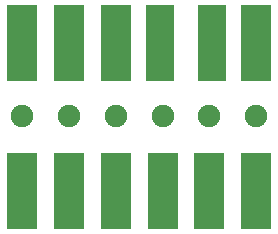
<source format=gts>
G04 #@! TF.FileFunction,Soldermask,Top*
%FSLAX46Y46*%
G04 Gerber Fmt 4.6, Leading zero omitted, Abs format (unit mm)*
G04 Created by KiCad (PCBNEW 4.0.5) date 12/24/17 15:15:52*
%MOMM*%
%LPD*%
G01*
G04 APERTURE LIST*
%ADD10C,0.100000*%
%ADD11R,2.650000X6.400000*%
%ADD12R,2.450000X6.400000*%
%ADD13C,1.900000*%
G04 APERTURE END LIST*
D10*
D11*
X133633000Y-91146000D03*
X129670600Y-91146000D03*
X125708200Y-91146000D03*
X121745800Y-91146000D03*
X117783400Y-91146000D03*
X113821000Y-91146000D03*
X133633000Y-78654000D03*
D12*
X129870600Y-78654000D03*
X125508200Y-78654000D03*
D11*
X121745800Y-78654000D03*
X117783400Y-78654000D03*
X113821000Y-78654000D03*
D13*
X129670600Y-84836000D03*
X133633000Y-84836000D03*
X125708200Y-84836000D03*
X121745800Y-84836000D03*
X117783400Y-84836000D03*
X113821000Y-84836000D03*
M02*

</source>
